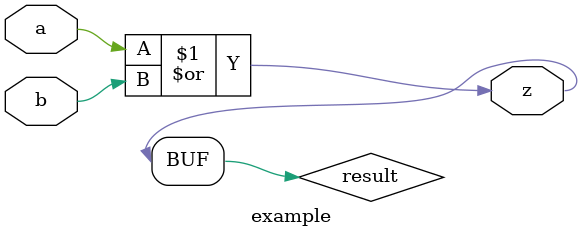
<source format=v>


module example (/*AUTOARG*/
   // Outputs
   z, 
   // Inputs
   a, b
   );

   // See http://veripool.com
   // for what AUTOARG and friends can do for you!

   /*Comment // test*/
   //
   
   input a;
   input b;

   output z;

   wire result = a|b;

   wire z = result;

endmodule

</source>
